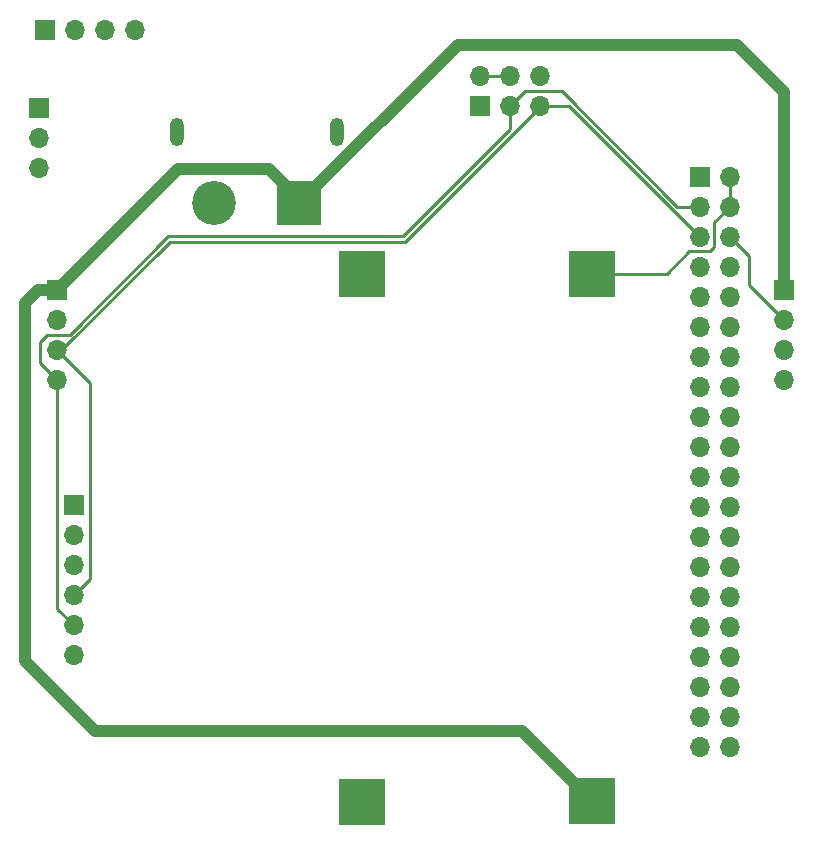
<source format=gbr>
%TF.GenerationSoftware,KiCad,Pcbnew,6.0.8-f2edbf62ab~116~ubuntu22.04.1*%
%TF.CreationDate,2022-11-20T23:04:19-05:00*%
%TF.ProjectId,Pi_HAT_Simple_V3,50695f48-4154-45f5-9369-6d706c655f56,rev?*%
%TF.SameCoordinates,Original*%
%TF.FileFunction,Copper,L1,Top*%
%TF.FilePolarity,Positive*%
%FSLAX46Y46*%
G04 Gerber Fmt 4.6, Leading zero omitted, Abs format (unit mm)*
G04 Created by KiCad (PCBNEW 6.0.8-f2edbf62ab~116~ubuntu22.04.1) date 2022-11-20 23:04:19*
%MOMM*%
%LPD*%
G01*
G04 APERTURE LIST*
%TA.AperFunction,ComponentPad*%
%ADD10R,1.700000X1.700000*%
%TD*%
%TA.AperFunction,ComponentPad*%
%ADD11O,1.700000X1.700000*%
%TD*%
%TA.AperFunction,ComponentPad*%
%ADD12R,3.716000X3.716000*%
%TD*%
%TA.AperFunction,ComponentPad*%
%ADD13C,3.716000*%
%TD*%
%TA.AperFunction,ComponentPad*%
%ADD14O,1.200000X2.400000*%
%TD*%
%TA.AperFunction,ComponentPad*%
%ADD15R,4.000000X4.000000*%
%TD*%
%TA.AperFunction,Conductor*%
%ADD16C,1.000000*%
%TD*%
%TA.AperFunction,Conductor*%
%ADD17C,0.250000*%
%TD*%
G04 APERTURE END LIST*
D10*
%TO.P,J2,1,Pin_1*%
%TO.N,/3.3V*%
X151000000Y-79400000D03*
D11*
%TO.P,J2,2,Pin_2*%
%TO.N,/5V*%
X153540000Y-79400000D03*
%TO.P,J2,3,Pin_3*%
%TO.N,/SDA*%
X151000000Y-81940000D03*
%TO.P,J2,4,Pin_4*%
%TO.N,/5V*%
X153540000Y-81940000D03*
%TO.P,J2,5,Pin_5*%
%TO.N,/SCL*%
X151000000Y-84480000D03*
%TO.P,J2,6,Pin_6*%
%TO.N,GND*%
X153540000Y-84480000D03*
%TO.P,J2,7,Pin_7*%
%TO.N,unconnected-(J2-Pad7)*%
X151000000Y-87020000D03*
%TO.P,J2,8,Pin_8*%
%TO.N,unconnected-(J2-Pad8)*%
X153540000Y-87020000D03*
%TO.P,J2,9,Pin_9*%
%TO.N,unconnected-(J2-Pad9)*%
X151000000Y-89560000D03*
%TO.P,J2,10,Pin_10*%
%TO.N,unconnected-(J2-Pad10)*%
X153540000Y-89560000D03*
%TO.P,J2,11,Pin_11*%
%TO.N,unconnected-(J2-Pad11)*%
X151000000Y-92100000D03*
%TO.P,J2,12,Pin_12*%
%TO.N,unconnected-(J2-Pad12)*%
X153540000Y-92100000D03*
%TO.P,J2,13,Pin_13*%
%TO.N,unconnected-(J2-Pad13)*%
X151000000Y-94640000D03*
%TO.P,J2,14,Pin_14*%
%TO.N,unconnected-(J2-Pad14)*%
X153540000Y-94640000D03*
%TO.P,J2,15,Pin_15*%
%TO.N,unconnected-(J2-Pad15)*%
X151000000Y-97180000D03*
%TO.P,J2,16,Pin_16*%
%TO.N,unconnected-(J2-Pad16)*%
X153540000Y-97180000D03*
%TO.P,J2,17,Pin_17*%
%TO.N,unconnected-(J2-Pad17)*%
X151000000Y-99720000D03*
%TO.P,J2,18,Pin_18*%
%TO.N,unconnected-(J2-Pad18)*%
X153540000Y-99720000D03*
%TO.P,J2,19,Pin_19*%
%TO.N,/MOSI*%
X151000000Y-102260000D03*
%TO.P,J2,20,Pin_20*%
%TO.N,unconnected-(J2-Pad20)*%
X153540000Y-102260000D03*
%TO.P,J2,21,Pin_21*%
%TO.N,/MISO*%
X151000000Y-104800000D03*
%TO.P,J2,22,Pin_22*%
%TO.N,unconnected-(J2-Pad22)*%
X153540000Y-104800000D03*
%TO.P,J2,23,Pin_23*%
%TO.N,/SCLK*%
X151000000Y-107340000D03*
%TO.P,J2,24,Pin_24*%
%TO.N,/CS*%
X153540000Y-107340000D03*
%TO.P,J2,25,Pin_25*%
%TO.N,unconnected-(J2-Pad25)*%
X151000000Y-109880000D03*
%TO.P,J2,26,Pin_26*%
%TO.N,unconnected-(J2-Pad26)*%
X153540000Y-109880000D03*
%TO.P,J2,27,Pin_27*%
%TO.N,unconnected-(J2-Pad27)*%
X151000000Y-112420000D03*
%TO.P,J2,28,Pin_28*%
%TO.N,unconnected-(J2-Pad28)*%
X153540000Y-112420000D03*
%TO.P,J2,29,Pin_29*%
%TO.N,unconnected-(J2-Pad29)*%
X151000000Y-114960000D03*
%TO.P,J2,30,Pin_30*%
%TO.N,unconnected-(J2-Pad30)*%
X153540000Y-114960000D03*
%TO.P,J2,31,Pin_31*%
%TO.N,unconnected-(J2-Pad31)*%
X151000000Y-117500000D03*
%TO.P,J2,32,Pin_32*%
%TO.N,unconnected-(J2-Pad32)*%
X153540000Y-117500000D03*
%TO.P,J2,33,Pin_33*%
%TO.N,unconnected-(J2-Pad33)*%
X151000000Y-120040000D03*
%TO.P,J2,34,Pin_34*%
%TO.N,unconnected-(J2-Pad34)*%
X153540000Y-120040000D03*
%TO.P,J2,35,Pin_35*%
%TO.N,unconnected-(J2-Pad35)*%
X151000000Y-122580000D03*
%TO.P,J2,36,Pin_36*%
%TO.N,unconnected-(J2-Pad36)*%
X153540000Y-122580000D03*
%TO.P,J2,37,Pin_37*%
%TO.N,unconnected-(J2-Pad37)*%
X151000000Y-125120000D03*
%TO.P,J2,38,Pin_38*%
%TO.N,unconnected-(J2-Pad38)*%
X153540000Y-125120000D03*
%TO.P,J2,39,Pin_39*%
%TO.N,unconnected-(J2-Pad39)*%
X151000000Y-127660000D03*
%TO.P,J2,40,Pin_40*%
%TO.N,unconnected-(J2-Pad40)*%
X153540000Y-127660000D03*
%TD*%
D10*
%TO.P,J3,1,Pin_1*%
%TO.N,/3.3V*%
X132425000Y-73425000D03*
D11*
%TO.P,J3,2,Pin_2*%
%TO.N,/5V*%
X132425000Y-70885000D03*
%TO.P,J3,3,Pin_3*%
%TO.N,/SDA*%
X134965000Y-73425000D03*
%TO.P,J3,4,Pin_4*%
%TO.N,/5V*%
X134965000Y-70885000D03*
%TO.P,J3,5,Pin_5*%
%TO.N,/SCL*%
X137505000Y-73425000D03*
%TO.P,J3,6,Pin_6*%
%TO.N,GND*%
X137505000Y-70885000D03*
%TD*%
D10*
%TO.P,J1,1,Pin_1*%
%TO.N,/3.3V*%
X98000000Y-107200000D03*
D11*
%TO.P,J1,2,Pin_2*%
%TO.N,unconnected-(J1-Pad2)*%
X98000000Y-109740000D03*
%TO.P,J1,3,Pin_3*%
%TO.N,GND*%
X98000000Y-112280000D03*
%TO.P,J1,4,Pin_4*%
%TO.N,/SCL*%
X98000000Y-114820000D03*
%TO.P,J1,5,Pin_5*%
%TO.N,/SDA*%
X98000000Y-117360000D03*
%TO.P,J1,6,Pin_6*%
%TO.N,unconnected-(J1-Pad6)*%
X98000000Y-119900000D03*
%TD*%
D12*
%TO.P,J4,1,+*%
%TO.N,/VCC*%
X117100000Y-81600000D03*
D13*
%TO.P,J4,2,-*%
%TO.N,GND*%
X109900000Y-81600000D03*
D14*
%TO.P,J4,S1*%
%TO.N,N/C*%
X120250000Y-75600000D03*
%TO.P,J4,S2*%
X106750000Y-75600000D03*
%TD*%
D10*
%TO.P,J5,1,Pin_1*%
%TO.N,/5V*%
X95100000Y-73550000D03*
D11*
%TO.P,J5,2,Pin_2*%
%TO.N,GND*%
X95100000Y-76090000D03*
%TO.P,J5,3,Pin_3*%
%TO.N,/A-D Converter/PS*%
X95100000Y-78630000D03*
%TD*%
%TO.P,J6,4,Pin_4*%
%TO.N,/A-D Converter/VT*%
X103220000Y-66950000D03*
%TO.P,J6,3,Pin_3*%
%TO.N,/A-D Converter/CELL3*%
X100680000Y-66950000D03*
%TO.P,J6,2,Pin_2*%
%TO.N,/A-D Converter/CELL2*%
X98140000Y-66950000D03*
D10*
%TO.P,J6,1,Pin_1*%
%TO.N,/A-D Converter/CELL1*%
X95600000Y-66950000D03*
%TD*%
D11*
%TO.P,J8,4,Pin_4*%
%TO.N,/SDA*%
X158150000Y-96620000D03*
%TO.P,J8,3,Pin_3*%
%TO.N,/SCL*%
X158150000Y-94080000D03*
%TO.P,J8,2,Pin_2*%
%TO.N,GND*%
X158150000Y-91540000D03*
D10*
%TO.P,J8,1,Pin_1*%
%TO.N,/VCC*%
X158150000Y-89000000D03*
%TD*%
D11*
%TO.P,J9,4,Pin_4*%
%TO.N,/SDA*%
X96600000Y-96620000D03*
%TO.P,J9,3,Pin_3*%
%TO.N,/SCL*%
X96600000Y-94080000D03*
%TO.P,J9,2,Pin_2*%
%TO.N,GND*%
X96600000Y-91540000D03*
D10*
%TO.P,J9,1,Pin_1*%
%TO.N,/VCC*%
X96600000Y-89000000D03*
%TD*%
D15*
%TO.P,U1,1,IN+*%
%TO.N,/VCC*%
X141852000Y-132236000D03*
%TO.P,U1,2,IN-*%
%TO.N,GND*%
X122400000Y-132350000D03*
%TO.P,U1,3,OUT+*%
%TO.N,/5V*%
X141900000Y-87600000D03*
%TO.P,U1,4,OUT-*%
%TO.N,GND*%
X122400000Y-87600000D03*
%TD*%
D16*
%TO.N,/VCC*%
X117100000Y-81600000D02*
X130500000Y-68200000D01*
X130500000Y-68200000D02*
X154150000Y-68200000D01*
X154150000Y-68200000D02*
X158150000Y-72200000D01*
X158150000Y-72200000D02*
X158150000Y-89000000D01*
X96600000Y-89000000D02*
X106850000Y-78750000D01*
X114550000Y-78750000D02*
X117100000Y-81300000D01*
X106850000Y-78750000D02*
X114550000Y-78750000D01*
X117100000Y-81300000D02*
X117100000Y-81600000D01*
X96600000Y-89000000D02*
X95000000Y-89000000D01*
X95000000Y-89000000D02*
X93900000Y-90100000D01*
X93900000Y-90100000D02*
X93900000Y-120400000D01*
X93900000Y-120400000D02*
X99800000Y-126300000D01*
X99800000Y-126300000D02*
X135916000Y-126300000D01*
X135916000Y-126300000D02*
X141852000Y-132236000D01*
D17*
%TO.N,/SCL*%
X98000000Y-114820000D02*
X99400000Y-113420000D01*
X99400000Y-113420000D02*
X99400000Y-96880000D01*
X99400000Y-96880000D02*
X96600000Y-94080000D01*
%TO.N,/SDA*%
X96600000Y-96620000D02*
X96600000Y-115960000D01*
X96600000Y-115960000D02*
X98000000Y-117360000D01*
%TO.N,/SCL*%
X137505000Y-73425000D02*
X137505000Y-73481396D01*
X137505000Y-73481396D02*
X126086396Y-84900000D01*
X126086396Y-84900000D02*
X106136396Y-84900000D01*
X106136396Y-84900000D02*
X96956396Y-94080000D01*
X96956396Y-94080000D02*
X96600000Y-94080000D01*
%TO.N,/SDA*%
X96600000Y-96620000D02*
X95150000Y-95170000D01*
X95150000Y-95170000D02*
X95150000Y-93350000D01*
X95150000Y-93350000D02*
X95750000Y-92750000D01*
X125900000Y-84450000D02*
X134965000Y-75385000D01*
X134965000Y-75385000D02*
X134965000Y-73425000D01*
X95750000Y-92750000D02*
X97650000Y-92750000D01*
X97650000Y-92750000D02*
X105950000Y-84450000D01*
X105950000Y-84450000D02*
X125900000Y-84450000D01*
%TO.N,/5V*%
X134965000Y-70885000D02*
X132425000Y-70885000D01*
%TO.N,/SDA*%
X134965000Y-73425000D02*
X136240000Y-72150000D01*
X136240000Y-72150000D02*
X139306396Y-72150000D01*
X149096396Y-81940000D02*
X151000000Y-81940000D01*
X139306396Y-72150000D02*
X149096396Y-81940000D01*
%TO.N,/SCL*%
X137505000Y-73425000D02*
X139945000Y-73425000D01*
X139945000Y-73425000D02*
X151000000Y-84480000D01*
%TO.N,/5V*%
X141900000Y-87600000D02*
X148200000Y-87600000D01*
X148200000Y-87600000D02*
X150100000Y-85700000D01*
X150100000Y-85700000D02*
X151850000Y-85700000D01*
X151850000Y-85700000D02*
X152250000Y-85300000D01*
X152250000Y-85300000D02*
X152250000Y-83230000D01*
X152250000Y-83230000D02*
X153540000Y-81940000D01*
%TO.N,GND*%
X158150000Y-91540000D02*
X155150000Y-88540000D01*
X155150000Y-88540000D02*
X155150000Y-86090000D01*
X155150000Y-86090000D02*
X153540000Y-84480000D01*
%TO.N,/5V*%
X153540000Y-81940000D02*
X153540000Y-79400000D01*
%TD*%
M02*

</source>
